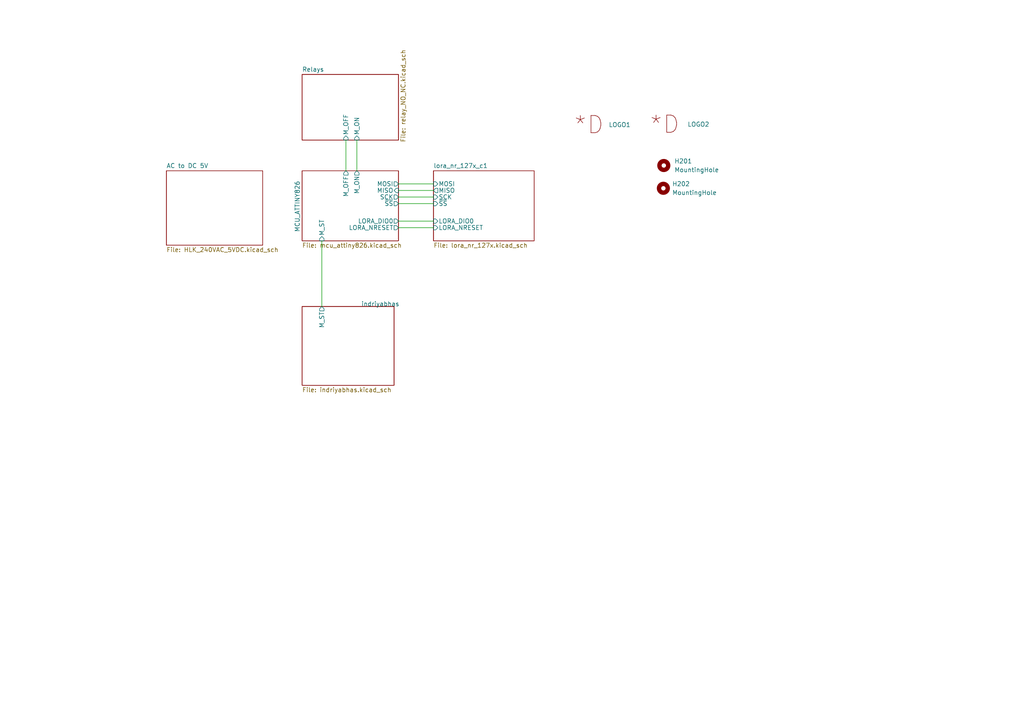
<source format=kicad_sch>
(kicad_sch (version 20211123) (generator eeschema)
  (paper "A4")
  (title_block (title "varun_rx") (date "2022-08-05") (rev "0.2") (company "DYULABS PRIVATE LIMITED") (comment 1 "SMA connector") (comment 2 "Proto v0.2") (comment 3 "varun_nr_at826_rx") (comment 4 "Hitesh Joshi"))
  (lib_symbols
    (symbol "DYULIBS_SYMBOL:Dyulabs_logo" (in_bom no)
      (property "Reference" "LOGO" (at 2.54 7.62 0))
      (symbol "Dyulabs_logo_0_0"
        (text "*D" (at 0 2.54 0) (effects (font (size 5 5))))
      )
    )
    (symbol "Mechanical:MountingHole" (pin_names (offset 1.016))
      (property "Reference" "H" (at 0 5.08 0))
      (property "Value" "MountingHole" (at 0 3.175 0))
      (symbol "MountingHole_0_1"
        (circle (center 0 0) (radius 1.27) (stroke (width 1.27)))
      )
    )
  )
  (wire (pts (xy 115.57 64.135) (xy 125.73 64.135)))
  (wire (pts (xy 100.33 40.64) (xy 100.33 49.53)))
  (wire (pts (xy 103.505 40.64) (xy 103.505 49.53)))
  (wire (pts (xy 93.345 69.85) (xy 93.345 88.9)))
  (wire (pts (xy 115.57 53.34) (xy 125.73 53.34)))
  (wire (pts (xy 115.57 66.04) (xy 125.73 66.04)))
  (wire (pts (xy 115.57 59.055) (xy 125.73 59.055)))
  (wire (pts (xy 115.57 57.15) (xy 125.73 57.15)))
  (wire (pts (xy 115.57 55.245) (xy 125.73 55.245)))
  (symbol (lib_id "DYULIBS_SYMBOL:Dyulabs_logo") (at 192.786 38.608 0) (unit 1) (in_bom no)
    (property "Reference" "LOGO2" (at 199.39 36.0679 0) (effects (justify left)))
    (property "Value" "Dyulabs_logo" (effects hide))
    (property "Footprint" "DYULIBS_LOGO:D_logo" (effects hide))
  )
  (symbol (lib_id "Mechanical:MountingHole") (at 192.405 54.61 0) (unit 1)
    (property "Reference" "H202" (at 194.945 53.3399 0) (effects (justify left)))
    (property "Value" "MountingHole" (at 194.945 55.8799 0) (effects (justify left)))
    (property "Footprint" "MountingHole:MountingHole_3mm" (effects hide))
    (property "Config" "dnp" (effects hide))
  )
  (symbol (lib_id "DYULIBS_SYMBOL:Dyulabs_logo") (at 170.815 38.735 0) (unit 1) (in_bom no)
    (property "Reference" "LOGO1" (at 176.53 36.1949 0) (effects (justify left)))
    (property "Value" "Dyulabs_logo" (effects hide))
    (property "Footprint" "DYULIBS_LOGO:D_logo" (effects hide))
  )
  (symbol (lib_id "Mechanical:MountingHole") (at 192.532 48.006 0) (unit 1)
    (property "Reference" "H201" (at 195.58 46.7359 0) (effects (justify left)))
    (property "Value" "MountingHole" (at 195.58 49.2759 0) (effects (justify left)))
    (property "Footprint" "MountingHole:MountingHole_3mm" (effects hide))
    (property "Config" "dnp" (effects hide))
  )
  (sheet (at 87.63 49.53) (size 27.94 20.32) (stroke (width 0.1524))
    (property "Sheet name" "MCU_ATTINY826" (at 86.995 67.31 90) (effects (justify left bottom)))
    (property "Sheet file" "mcu_attiny826.kicad_sch" (at 87.63 70.4346 0) (effects (justify left top)))
    (pin "MOSI" output (at 115.57 53.34 0))
    (pin "MISO" input (at 115.57 55.245 0))
    (pin "SCK" output (at 115.57 57.15 0))
    (pin "~{SS}" output (at 115.57 59.055 0))
    (pin "LORA_DIO0" output (at 115.57 64.135 0))
    (pin "LORA_NRESET" output (at 115.57 66.04 0))
    (pin "M_ST" input (at 93.345 69.85 270))
    (pin "M_OFF" output (at 100.33 49.53 90))
    (pin "M_ON" output (at 103.505 49.53 90))
  )
  (sheet (at 48.26 49.53) (size 27.94 21.59) (stroke (width 0.1524))
    (property "Sheet name" "AC to DC 5V" (at 48.26 48.8184 0) (effects (justify left bottom)))
    (property "Sheet file" "HLK_240VAC_5VDC.kicad_sch" (at 48.26 71.7046 0) (effects (justify left top)))
  )
  (sheet (at 87.63 21.59) (size 27.94 19.05) (stroke (width 0.1524))
    (property "Sheet name" "Relays" (at 87.63 20.8784 0) (effects (justify left bottom)))
    (property "Sheet file" "relay_NO_NC.kicad_sch" (at 116.205 41.275 90) (effects (justify left top)))
    (pin "M_OFF" input (at 100.33 40.64 270))
    (pin "M_ON" input (at 103.505 40.64 270))
  )
  (sheet (at 125.73 49.53) (size 29.21 20.32) (stroke (width 0.1524))
    (property "Sheet name" "lora_nr_127x_c1" (at 125.73 48.8184 0) (effects (justify left bottom)))
    (property "Sheet file" "lora_nr_127x.kicad_sch" (at 125.73 70.4346 0) (effects (justify left top)))
    (pin "LORA_NRESET" input (at 125.73 66.04 180))
    (pin "MOSI" input (at 125.73 53.34 180))
    (pin "SCK" input (at 125.73 57.15 180))
    (pin "~{SS}" input (at 125.73 59.055 180))
    (pin "MISO" output (at 125.73 55.245 180))
    (pin "LORA_DIO0" input (at 125.73 64.135 180))
  )
  (sheet (at 87.63 88.9) (size 26.67 22.86) (stroke (width 0.1524))
    (property "Sheet name" "indriyabhas" (at 104.775 88.9 0) (effects (justify left bottom)))
    (property "Sheet file" "indriyabhas.kicad_sch" (at 87.63 112.3446 0) (effects (justify left top)))
    (pin "M_ST" output (at 93.345 88.9 90))
  )
)
</source>
